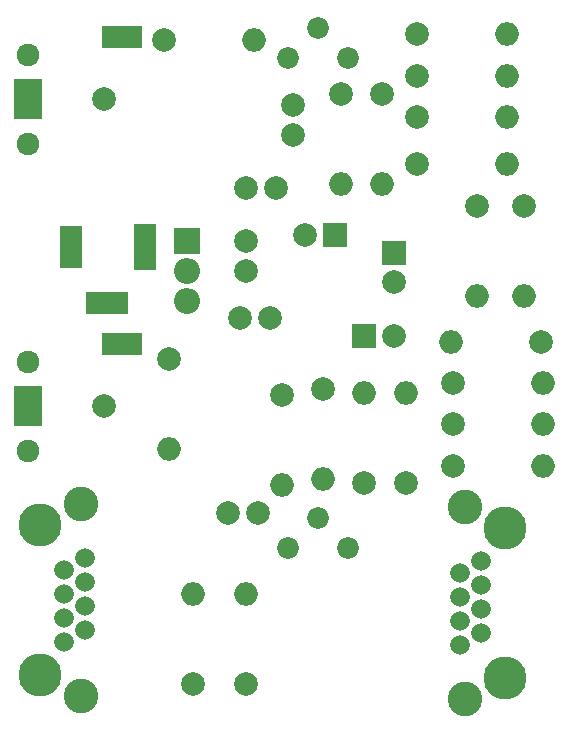
<source format=gbs>
G04 #@! TF.FileFunction,Soldermask,Bot*
%FSLAX46Y46*%
G04 Gerber Fmt 4.6, Leading zero omitted, Abs format (unit mm)*
G04 Created by KiCad (PCBNEW 4.0.6) date 03/19/18 00:54:58*
%MOMM*%
%LPD*%
G01*
G04 APERTURE LIST*
%ADD10C,0.100000*%
%ADD11C,3.651200*%
%ADD12C,2.940000*%
%ADD13C,1.670000*%
%ADD14C,2.000000*%
%ADD15R,2.000000X2.000000*%
%ADD16C,1.924000*%
%ADD17R,2.400000X3.400000*%
%ADD18R,3.400000X1.900000*%
%ADD19O,2.000000X2.000000*%
%ADD20C,1.840000*%
%ADD21R,2.200000X2.200000*%
%ADD22O,2.200000X2.200000*%
%ADD23R,3.600000X1.900000*%
%ADD24R,1.900000X3.600000*%
%ADD25R,1.900000X3.900000*%
G04 APERTURE END LIST*
D10*
D11*
X84080000Y-92500000D03*
D12*
X87509000Y-90722000D03*
X87509000Y-106978000D03*
D11*
X84080000Y-105200000D03*
D13*
X86112000Y-102406000D03*
X87890000Y-101390000D03*
X86112000Y-100374000D03*
X87890000Y-99358000D03*
X86112000Y-98342000D03*
X87890000Y-97326000D03*
X86112000Y-96310000D03*
X87890000Y-95294000D03*
D14*
X101500000Y-68500000D03*
X101500000Y-71000000D03*
D15*
X111500000Y-76500000D03*
D14*
X114000000Y-76500000D03*
X104000000Y-64000000D03*
X101500000Y-64000000D03*
D15*
X109000000Y-68000000D03*
D14*
X106500000Y-68000000D03*
X105500000Y-57000000D03*
X105500000Y-59500000D03*
X101000000Y-75000000D03*
X103500000Y-75000000D03*
X102500000Y-91500000D03*
X100000000Y-91500000D03*
D15*
X114000000Y-69500000D03*
D14*
X114000000Y-72000000D03*
D16*
X83000000Y-60250000D03*
X83000000Y-52750000D03*
D14*
X89500000Y-56500000D03*
D17*
X83000000Y-56500000D03*
D18*
X91000000Y-51200000D03*
D16*
X83000000Y-86250000D03*
X83000000Y-78750000D03*
D14*
X89500000Y-82500000D03*
D17*
X83000000Y-82500000D03*
D18*
X91000000Y-77200000D03*
D11*
X123420000Y-105500000D03*
D12*
X119991000Y-107278000D03*
X119991000Y-91022000D03*
D11*
X123420000Y-92800000D03*
D13*
X121388000Y-95594000D03*
X119610000Y-96610000D03*
X121388000Y-97626000D03*
X119610000Y-98642000D03*
X121388000Y-99658000D03*
X119610000Y-100674000D03*
X121388000Y-101690000D03*
X119610000Y-102706000D03*
D14*
X109500000Y-56000000D03*
D19*
X109500000Y-63620000D03*
D14*
X125000000Y-65500000D03*
D19*
X125000000Y-73120000D03*
D14*
X116000000Y-54500000D03*
D19*
X123620000Y-54500000D03*
D14*
X116000000Y-58000000D03*
D19*
X123620000Y-58000000D03*
D14*
X121000000Y-65500000D03*
D19*
X121000000Y-73120000D03*
D14*
X113000000Y-56000000D03*
D19*
X113000000Y-63620000D03*
D14*
X116000000Y-51000000D03*
D19*
X123620000Y-51000000D03*
D14*
X108000000Y-81000000D03*
D19*
X108000000Y-88620000D03*
D14*
X126500000Y-77000000D03*
D19*
X118880000Y-77000000D03*
D14*
X104500000Y-81500000D03*
D19*
X104500000Y-89120000D03*
D14*
X119000000Y-84000000D03*
D19*
X126620000Y-84000000D03*
D14*
X119000000Y-80500000D03*
D19*
X126620000Y-80500000D03*
D14*
X116000000Y-62000000D03*
D19*
X123620000Y-62000000D03*
D14*
X119000000Y-87500000D03*
D19*
X126620000Y-87500000D03*
D14*
X111500000Y-89000000D03*
D19*
X111500000Y-81380000D03*
D14*
X94500000Y-51500000D03*
D19*
X102120000Y-51500000D03*
D14*
X115000000Y-89000000D03*
D19*
X115000000Y-81380000D03*
D14*
X95000000Y-78500000D03*
D19*
X95000000Y-86120000D03*
D20*
X105000000Y-53000000D03*
X107540000Y-50460000D03*
X110080000Y-53000000D03*
X105000000Y-94500000D03*
X107540000Y-91960000D03*
X110080000Y-94500000D03*
D21*
X96500000Y-68500000D03*
D22*
X96500000Y-71040000D03*
X96500000Y-73580000D03*
D14*
X97000000Y-106000000D03*
D19*
X97000000Y-98380000D03*
D14*
X101500000Y-106000000D03*
D19*
X101500000Y-98380000D03*
D23*
X89700000Y-73700000D03*
D24*
X86700000Y-69000000D03*
D25*
X92900000Y-69000000D03*
M02*

</source>
